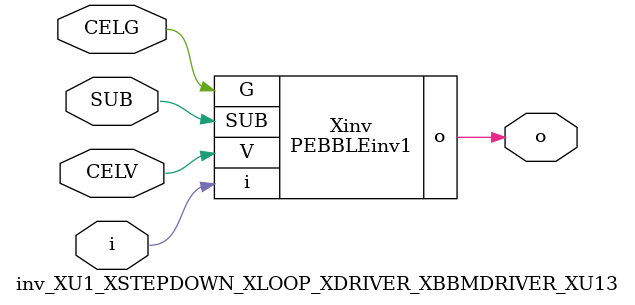
<source format=v>



module PEBBLEinv1 ( o, G, SUB, V, i );

  input V;
  input i;
  input G;
  output o;
  input SUB;
endmodule

//Celera Confidential Do Not Copy inv_XU1_XSTEPDOWN_XLOOP_XDRIVER_XBBMDRIVER_XU13
//Celera Confidential Symbol Generator
//5V Inverter
module inv_XU1_XSTEPDOWN_XLOOP_XDRIVER_XBBMDRIVER_XU13 (CELV,CELG,i,o,SUB);
input CELV;
input CELG;
input i;
input SUB;
output o;

//Celera Confidential Do Not Copy inv
PEBBLEinv1 Xinv(
.V (CELV),
.i (i),
.o (o),
.SUB (SUB),
.G (CELG)
);
//,diesize,PEBBLEinv1

//Celera Confidential Do Not Copy Module End
//Celera Schematic Generator
endmodule

</source>
